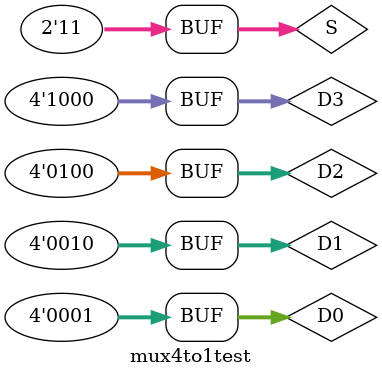
<source format=v>
`timescale 1ns / 1ps


module mux4to1test;

	// Inputs
	reg [3:0] D0;
	reg [3:0] D1;
	reg [3:0] D2;
	reg [3:0] D3;
	reg [1:0] S;

	// Outputs
	wire [3:0] Out;

	// Instantiate the Unit Under Test (UUT)
	mux4to1 uut (
		.D0(D0), 
		.D1(D1), 
		.D2(D2), 
		.D3(D3), 
		.S(S), 
		.Out(Out)
	);

	initial begin
		// Initialize Inputs
		D0 = 4'b0001;
		D1 = 4'b0010;
		D2 = 4'b0100;
		D3 = 4'b1000;
		S = 0;

		// Wait 100 ns for global reset to finish
		#100;
        
		// Add stimulus here
		S = 2'b01;
		#100;
		S = 2'b10;
		#100;
		S = 2'b11;
		#100;

	end
      
endmodule


</source>
